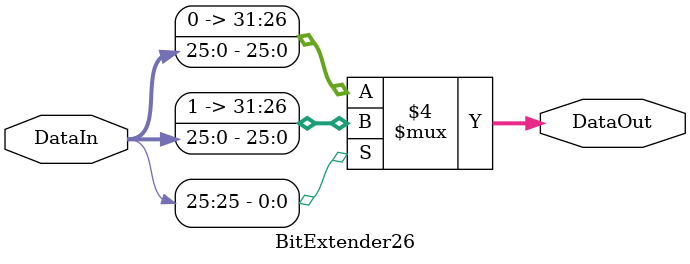
<source format=v>
module BitExtender26 (DataIn, DataOut); //Extensor de bits de 26 para 32

	input [25:0] DataIn;
	output reg [31:0] DataOut;


	always @ (*)
		begin
			if(DataIn[25] == 1'b1)
				DataOut = {6'b111111, DataIn};
			else
				DataOut = {6'b000000, DataIn};
		end


endmodule
</source>
